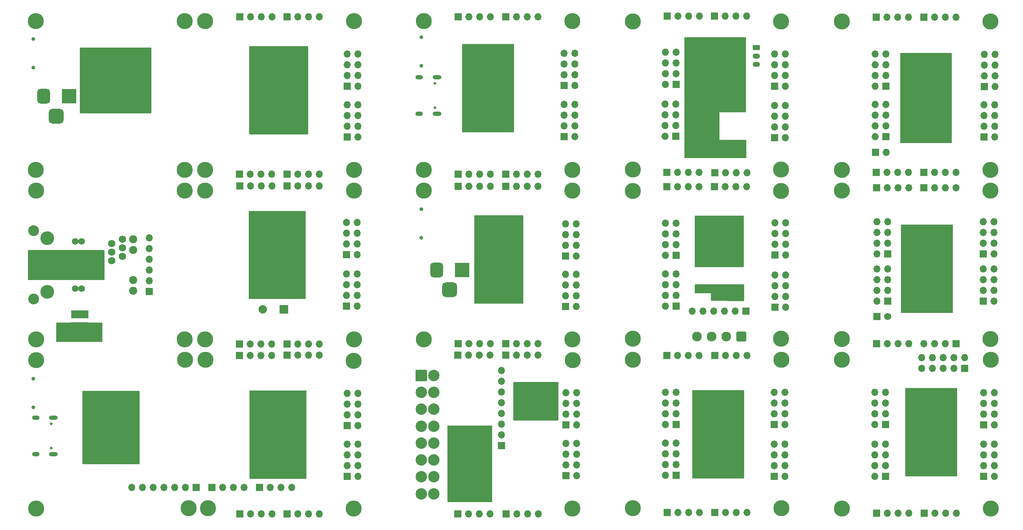
<source format=gbr>
%TF.GenerationSoftware,KiCad,Pcbnew,9.0.2*%
%TF.CreationDate,2025-05-17T12:02:21-04:00*%
%TF.ProjectId,ModularPSU,4d6f6475-6c61-4725-9053-552e6b696361,rev?*%
%TF.SameCoordinates,Original*%
%TF.FileFunction,Soldermask,Bot*%
%TF.FilePolarity,Negative*%
%FSLAX46Y46*%
G04 Gerber Fmt 4.6, Leading zero omitted, Abs format (unit mm)*
G04 Created by KiCad (PCBNEW 9.0.2) date 2025-05-17 12:02:21*
%MOMM*%
%LPD*%
G01*
G04 APERTURE LIST*
G04 Aperture macros list*
%AMRoundRect*
0 Rectangle with rounded corners*
0 $1 Rounding radius*
0 $2 $3 $4 $5 $6 $7 $8 $9 X,Y pos of 4 corners*
0 Add a 4 corners polygon primitive as box body*
4,1,4,$2,$3,$4,$5,$6,$7,$8,$9,$2,$3,0*
0 Add four circle primitives for the rounded corners*
1,1,$1+$1,$2,$3*
1,1,$1+$1,$4,$5*
1,1,$1+$1,$6,$7*
1,1,$1+$1,$8,$9*
0 Add four rect primitives between the rounded corners*
20,1,$1+$1,$2,$3,$4,$5,0*
20,1,$1+$1,$4,$5,$6,$7,0*
20,1,$1+$1,$6,$7,$8,$9,0*
20,1,$1+$1,$8,$9,$2,$3,0*%
G04 Aperture macros list end*
%ADD10R,1.700000X1.700000*%
%ADD11O,1.700000X1.700000*%
%ADD12C,2.600000*%
%ADD13C,3.800000*%
%ADD14C,0.900000*%
%ADD15R,3.500000X3.500000*%
%ADD16RoundRect,0.750000X-0.750000X-1.000000X0.750000X-1.000000X0.750000X1.000000X-0.750000X1.000000X0*%
%ADD17RoundRect,0.875000X-0.875000X-0.875000X0.875000X-0.875000X0.875000X0.875000X-0.875000X0.875000X0*%
%ADD18RoundRect,0.102000X-1.250000X1.250000X-1.250000X-1.250000X1.250000X-1.250000X1.250000X1.250000X0*%
%ADD19C,2.704000*%
%ADD20C,0.650000*%
%ADD21O,2.100000X1.000000*%
%ADD22O,1.800000X1.000000*%
%ADD23C,3.251200*%
%ADD24C,1.728000*%
%ADD25C,1.575600*%
%ADD26C,1.918500*%
%ADD27C,2.566200*%
%ADD28C,1.700000*%
%ADD29R,2.000000X2.000000*%
%ADD30C,2.000000*%
%ADD31RoundRect,0.250000X-0.625000X0.350000X-0.625000X-0.350000X0.625000X-0.350000X0.625000X0.350000X0*%
%ADD32O,1.750000X1.200000*%
%ADD33C,0.600000*%
%ADD34R,4.060000X1.980000*%
%ADD35R,4.060000X3.250000*%
%ADD36RoundRect,0.250001X0.899999X0.899999X-0.899999X0.899999X-0.899999X-0.899999X0.899999X-0.899999X0*%
%ADD37C,2.300000*%
G04 APERTURE END LIST*
D10*
%TO.C,J65*%
X185230000Y-141000000D03*
D11*
X187770000Y-141000000D03*
X190310000Y-141000000D03*
X192850000Y-141000000D03*
%TD*%
D12*
%TO.C,H39*%
X111000000Y-140050000D03*
D13*
X111000000Y-140050000D03*
%TD*%
D14*
%TO.C,SW7*%
X127000000Y-28465000D03*
X127000000Y-35265000D03*
%TD*%
D10*
%TO.C,J21*%
X260060000Y-132457500D03*
D11*
X262600000Y-132457500D03*
X260060000Y-129917500D03*
X262600000Y-129917500D03*
X260060000Y-127377500D03*
X262600000Y-127377500D03*
X260060000Y-124837500D03*
X262600000Y-124837500D03*
%TD*%
D15*
%TO.C,J12*%
X136700000Y-83550000D03*
D16*
X130700000Y-83550000D03*
D17*
X133700000Y-88250000D03*
%TD*%
D12*
%TO.C,H34*%
X162800000Y-24665000D03*
D13*
X162800000Y-24665000D03*
%TD*%
D10*
%TO.C,J72*%
X84080000Y-141300000D03*
D11*
X86620000Y-141300000D03*
X89160000Y-141300000D03*
X91700000Y-141300000D03*
%TD*%
D12*
%TO.C,H23*%
X75900000Y-64800000D03*
D13*
X75900000Y-64800000D03*
%TD*%
D10*
%TO.C,J93*%
X73790000Y-135100000D03*
D11*
X71250000Y-135100000D03*
X68710000Y-135100000D03*
X66170000Y-135100000D03*
X63630000Y-135100000D03*
X61090000Y-135100000D03*
X58550000Y-135100000D03*
%TD*%
D10*
%TO.C,J33*%
X245900000Y-60500000D03*
D11*
X248440000Y-60500000D03*
X250980000Y-60500000D03*
X253520000Y-60500000D03*
%TD*%
D10*
%TO.C,J11*%
X260100000Y-52120000D03*
D11*
X262640000Y-52120000D03*
X260100000Y-49580000D03*
X262640000Y-49580000D03*
X260100000Y-47040000D03*
X262640000Y-47040000D03*
X260100000Y-44500000D03*
X262640000Y-44500000D03*
%TD*%
D10*
%TO.C,J89*%
X185080000Y-60512500D03*
D11*
X187620000Y-60512500D03*
X190160000Y-60512500D03*
X192700000Y-60512500D03*
%TD*%
D12*
%TO.C,H9*%
X261700000Y-64750000D03*
D13*
X261700000Y-64750000D03*
%TD*%
D10*
%TO.C,J10*%
X234680000Y-60500000D03*
D11*
X237220000Y-60500000D03*
X239760000Y-60500000D03*
X242300000Y-60500000D03*
%TD*%
D12*
%TO.C,H11*%
X261700000Y-99950000D03*
D13*
X261700000Y-99950000D03*
%TD*%
D10*
%TO.C,J90*%
X185180000Y-23512500D03*
D11*
X187720000Y-23512500D03*
X190260000Y-23512500D03*
X192800000Y-23512500D03*
%TD*%
D10*
%TO.C,J76*%
X109475000Y-120400000D03*
D11*
X112015000Y-120400000D03*
X109475000Y-117860000D03*
X112015000Y-117860000D03*
X109475000Y-115320000D03*
X112015000Y-115320000D03*
X109475000Y-112780000D03*
X112015000Y-112780000D03*
%TD*%
D10*
%TO.C,J64*%
X95290000Y-23665000D03*
D11*
X97830000Y-23665000D03*
X100370000Y-23665000D03*
X102910000Y-23665000D03*
%TD*%
D10*
%TO.C,J94*%
X234750000Y-141150000D03*
D11*
X237290000Y-141150000D03*
X239830000Y-141150000D03*
X242370000Y-141150000D03*
%TD*%
D12*
%TO.C,H24*%
X35900000Y-100000000D03*
D13*
X35900000Y-100000000D03*
%TD*%
D12*
%TO.C,H50*%
X71090000Y-59865000D03*
D13*
X71090000Y-59865000D03*
%TD*%
D18*
%TO.C,U2*%
X127037500Y-108550000D03*
D19*
X127037500Y-112550000D03*
X127037500Y-116550000D03*
X127037500Y-120550000D03*
X127037500Y-124550000D03*
X127037500Y-128550000D03*
X127037500Y-132550000D03*
X127037500Y-136550000D03*
X130037500Y-108550000D03*
X130037500Y-112550000D03*
X130037500Y-116550000D03*
X130037500Y-120550000D03*
X130037500Y-124550000D03*
X130037500Y-128550000D03*
X130037500Y-132550000D03*
X130037500Y-136550000D03*
%TD*%
D10*
%TO.C,J88*%
X185160000Y-63837500D03*
D11*
X187700000Y-63837500D03*
X190240000Y-63837500D03*
X192780000Y-63837500D03*
%TD*%
D10*
%TO.C,J56*%
X109310000Y-79920000D03*
D11*
X111850000Y-79920000D03*
X109310000Y-77380000D03*
X111850000Y-77380000D03*
X109310000Y-74840000D03*
X111850000Y-74840000D03*
X109310000Y-72300000D03*
X111850000Y-72300000D03*
%TD*%
D10*
%TO.C,J86*%
X196400000Y-63837500D03*
D11*
X198940000Y-63837500D03*
X201480000Y-63837500D03*
X204020000Y-63837500D03*
%TD*%
D20*
%TO.C,J60*%
X130250000Y-39402500D03*
X130250000Y-45182500D03*
D21*
X130750000Y-37972500D03*
D22*
X126570000Y-37972500D03*
D21*
X130750000Y-46612500D03*
D22*
X126570000Y-46612500D03*
%TD*%
D14*
%TO.C,SW6*%
X127000000Y-69200000D03*
X127000000Y-76000000D03*
%TD*%
D12*
%TO.C,H28*%
X75900000Y-100000000D03*
D13*
X75900000Y-100000000D03*
%TD*%
D23*
%TO.C,J1*%
X38525000Y-88714500D03*
X38525000Y-76014500D03*
D24*
X53765000Y-81348500D03*
X53765000Y-79316500D03*
X53765000Y-77284500D03*
X56305000Y-80332500D03*
X56305000Y-78300500D03*
X56305000Y-76268500D03*
D25*
X46653000Y-87952500D03*
X46653000Y-76776500D03*
X45129000Y-87952500D03*
X45129000Y-76776500D03*
D26*
X58845000Y-88460500D03*
X58845000Y-85920500D03*
X58845000Y-78808500D03*
X58845000Y-76268500D03*
D27*
X35350000Y-90429000D03*
X35350000Y-74300000D03*
%TD*%
D12*
%TO.C,H16*%
X261700000Y-59900000D03*
D13*
X261700000Y-59900000D03*
%TD*%
D10*
%TO.C,J48*%
X135780000Y-63750000D03*
D11*
X138320000Y-63750000D03*
X140860000Y-63750000D03*
X143400000Y-63750000D03*
%TD*%
D10*
%TO.C,J83*%
X147087500Y-141300000D03*
D11*
X149627500Y-141300000D03*
X152167500Y-141300000D03*
X154707500Y-141300000D03*
%TD*%
D10*
%TO.C,J50*%
X147000000Y-63750000D03*
D11*
X149540000Y-63750000D03*
X152080000Y-63750000D03*
X154620000Y-63750000D03*
%TD*%
D12*
%TO.C,H43*%
X72000000Y-140000000D03*
D13*
X72000000Y-140000000D03*
%TD*%
D12*
%TO.C,H36*%
X162800000Y-59865000D03*
D13*
X162800000Y-59865000D03*
%TD*%
D10*
%TO.C,J45*%
X245900000Y-64150000D03*
D11*
X248440000Y-64150000D03*
X250980000Y-64150000D03*
X253520000Y-64150000D03*
%TD*%
D10*
%TO.C,J27*%
X187300000Y-132200000D03*
D11*
X184760000Y-132200000D03*
X187300000Y-129660000D03*
X184760000Y-129660000D03*
X187300000Y-127120000D03*
X184760000Y-127120000D03*
X187300000Y-124580000D03*
X184760000Y-124580000D03*
%TD*%
D10*
%TO.C,J7*%
X236900000Y-40037500D03*
D11*
X234360000Y-40037500D03*
X236900000Y-37497500D03*
X234360000Y-37497500D03*
X236900000Y-34957500D03*
X234360000Y-34957500D03*
X236900000Y-32417500D03*
X234360000Y-32417500D03*
%TD*%
D10*
%TO.C,J25*%
X160860000Y-39880000D03*
D11*
X163400000Y-39880000D03*
X160860000Y-37340000D03*
X163400000Y-37340000D03*
X160860000Y-34800000D03*
X163400000Y-34800000D03*
X160860000Y-32260000D03*
X163400000Y-32260000D03*
%TD*%
D10*
%TO.C,J78*%
X88800000Y-135100000D03*
D11*
X91340000Y-135100000D03*
X93880000Y-135100000D03*
X96420000Y-135100000D03*
%TD*%
D10*
%TO.C,J70*%
X236890000Y-132457500D03*
D11*
X234350000Y-132457500D03*
X236890000Y-129917500D03*
X234350000Y-129917500D03*
X236890000Y-127377500D03*
X234350000Y-127377500D03*
X236890000Y-124837500D03*
X234350000Y-124837500D03*
%TD*%
D10*
%TO.C,J62*%
X84090000Y-23665000D03*
D11*
X86630000Y-23665000D03*
X89170000Y-23665000D03*
X91710000Y-23665000D03*
%TD*%
D12*
%TO.C,H57*%
X226550000Y-104837500D03*
D13*
X226550000Y-104837500D03*
%TD*%
D10*
%TO.C,J26*%
X160800000Y-52020000D03*
D11*
X163340000Y-52020000D03*
X160800000Y-49480000D03*
X163340000Y-49480000D03*
X160800000Y-46940000D03*
X163340000Y-46940000D03*
X160800000Y-44400000D03*
X163340000Y-44400000D03*
%TD*%
D10*
%TO.C,J63*%
X95300000Y-60865000D03*
D11*
X97840000Y-60865000D03*
X100380000Y-60865000D03*
X102920000Y-60865000D03*
%TD*%
D10*
%TO.C,J74*%
X95300000Y-141300000D03*
D11*
X97840000Y-141300000D03*
X100380000Y-141300000D03*
X102920000Y-141300000D03*
%TD*%
D10*
%TO.C,J58*%
X95300000Y-101100000D03*
D11*
X97840000Y-101100000D03*
X100380000Y-101100000D03*
X102920000Y-101100000D03*
%TD*%
D12*
%TO.C,H19*%
X127600000Y-100000000D03*
D13*
X127600000Y-100000000D03*
%TD*%
D12*
%TO.C,H3*%
X212100000Y-59765000D03*
D13*
X212100000Y-59765000D03*
%TD*%
D12*
%TO.C,H52*%
X75890000Y-24665000D03*
D13*
X75890000Y-24665000D03*
%TD*%
D12*
%TO.C,H21*%
X35900000Y-64800000D03*
D13*
X35900000Y-64800000D03*
%TD*%
D12*
%TO.C,H14*%
X261700000Y-24700000D03*
D13*
X261700000Y-24700000D03*
%TD*%
D10*
%TO.C,J52*%
X135780000Y-23665000D03*
D11*
X138320000Y-23665000D03*
X140860000Y-23665000D03*
X143400000Y-23665000D03*
%TD*%
D10*
%TO.C,J23*%
X109550000Y-52085000D03*
D11*
X112090000Y-52085000D03*
X109550000Y-49545000D03*
X112090000Y-49545000D03*
X109550000Y-47005000D03*
X112090000Y-47005000D03*
X109550000Y-44465000D03*
X112090000Y-44465000D03*
%TD*%
D10*
%TO.C,J96*%
X234850000Y-94625000D03*
D28*
X237390000Y-94625000D03*
%TD*%
D10*
%TO.C,J51*%
X135780000Y-60900000D03*
D11*
X138320000Y-60900000D03*
X140860000Y-60900000D03*
X143400000Y-60900000D03*
%TD*%
D10*
%TO.C,J81*%
X135717500Y-141300000D03*
D11*
X138257500Y-141300000D03*
X140797500Y-141300000D03*
X143337500Y-141300000D03*
%TD*%
D10*
%TO.C,J84*%
X147047500Y-103750000D03*
D11*
X149587500Y-103750000D03*
X152127500Y-103750000D03*
X154667500Y-103750000D03*
%TD*%
D12*
%TO.C,H46*%
X162837500Y-104900000D03*
D13*
X162837500Y-104900000D03*
%TD*%
D12*
%TO.C,H12*%
X226500000Y-99950000D03*
D13*
X226500000Y-99950000D03*
%TD*%
D12*
%TO.C,H30*%
X35890000Y-59865000D03*
D13*
X35890000Y-59865000D03*
%TD*%
D12*
%TO.C,H37*%
X71200000Y-104800000D03*
D13*
X71200000Y-104800000D03*
%TD*%
D10*
%TO.C,J73*%
X84030000Y-103800000D03*
D11*
X86570000Y-103800000D03*
X89110000Y-103800000D03*
X91650000Y-103800000D03*
%TD*%
D14*
%TO.C,SW8*%
X35290000Y-28865000D03*
X35290000Y-35665000D03*
%TD*%
D10*
%TO.C,J61*%
X84070000Y-60865000D03*
D11*
X86610000Y-60865000D03*
X89150000Y-60865000D03*
X91690000Y-60865000D03*
%TD*%
D12*
%TO.C,H33*%
X127600000Y-24665000D03*
D13*
X127600000Y-24665000D03*
%TD*%
D10*
%TO.C,J82*%
X135717500Y-103750000D03*
D11*
X138257500Y-103750000D03*
X140797500Y-103750000D03*
X143337500Y-103750000D03*
%TD*%
D10*
%TO.C,J79*%
X161262500Y-120280000D03*
D11*
X163802500Y-120280000D03*
X161262500Y-117740000D03*
X163802500Y-117740000D03*
X161262500Y-115200000D03*
X163802500Y-115200000D03*
X161262500Y-112660000D03*
X163802500Y-112660000D03*
%TD*%
D12*
%TO.C,H5*%
X177100000Y-99850000D03*
D13*
X177100000Y-99850000D03*
%TD*%
D10*
%TO.C,J9*%
X236900000Y-52037500D03*
D11*
X234360000Y-52037500D03*
X236900000Y-49497500D03*
X234360000Y-49497500D03*
X236900000Y-46957500D03*
X234360000Y-46957500D03*
X236900000Y-44417500D03*
X234360000Y-44417500D03*
%TD*%
D12*
%TO.C,H53*%
X177050000Y-104800000D03*
D13*
X177050000Y-104800000D03*
%TD*%
D12*
%TO.C,H18*%
X162800000Y-64800000D03*
D13*
X162800000Y-64800000D03*
%TD*%
D12*
%TO.C,H51*%
X75890000Y-59865000D03*
D13*
X75890000Y-59865000D03*
%TD*%
D10*
%TO.C,J42*%
X187255000Y-51927500D03*
D11*
X184715000Y-51927500D03*
X187255000Y-49387500D03*
X184715000Y-49387500D03*
X187255000Y-46847500D03*
X184715000Y-46847500D03*
X187255000Y-44307500D03*
X184715000Y-44307500D03*
%TD*%
D10*
%TO.C,J49*%
X147000000Y-101000000D03*
D11*
X149540000Y-101000000D03*
X152080000Y-101000000D03*
X154620000Y-101000000D03*
%TD*%
D12*
%TO.C,H2*%
X177100000Y-59765000D03*
D13*
X177100000Y-59765000D03*
%TD*%
D10*
%TO.C,J20*%
X161262500Y-132280000D03*
D11*
X163802500Y-132280000D03*
X161262500Y-129740000D03*
X163802500Y-129740000D03*
X161262500Y-127200000D03*
X163802500Y-127200000D03*
X161262500Y-124660000D03*
X163802500Y-124660000D03*
%TD*%
D10*
%TO.C,J4*%
X259960000Y-79770000D03*
D11*
X262500000Y-79770000D03*
X259960000Y-77230000D03*
X262500000Y-77230000D03*
X259960000Y-74690000D03*
X262500000Y-74690000D03*
X259960000Y-72150000D03*
X262500000Y-72150000D03*
%TD*%
D12*
%TO.C,H29*%
X111090000Y-59865000D03*
D13*
X111090000Y-59865000D03*
%TD*%
D12*
%TO.C,H41*%
X35900000Y-104900000D03*
D13*
X35900000Y-104900000D03*
%TD*%
D10*
%TO.C,J66*%
X185160000Y-103812500D03*
D11*
X187700000Y-103812500D03*
X190240000Y-103812500D03*
X192780000Y-103812500D03*
%TD*%
D12*
%TO.C,H13*%
X226500000Y-24700000D03*
D13*
X226500000Y-24700000D03*
%TD*%
D12*
%TO.C,H35*%
X127600000Y-59865000D03*
D13*
X127600000Y-59865000D03*
%TD*%
D10*
%TO.C,J57*%
X84080000Y-63700000D03*
D11*
X86620000Y-63700000D03*
X89160000Y-63700000D03*
X91700000Y-63700000D03*
%TD*%
D10*
%TO.C,J35*%
X210700000Y-80045000D03*
D11*
X213240000Y-80045000D03*
X210700000Y-77505000D03*
X213240000Y-77505000D03*
X210700000Y-74965000D03*
X213240000Y-74965000D03*
X210700000Y-72425000D03*
X213240000Y-72425000D03*
%TD*%
D10*
%TO.C,J77*%
X109475000Y-132400000D03*
D11*
X112015000Y-132400000D03*
X109475000Y-129860000D03*
X112015000Y-129860000D03*
X109475000Y-127320000D03*
X112015000Y-127320000D03*
X109475000Y-124780000D03*
X112015000Y-124780000D03*
%TD*%
D10*
%TO.C,J18*%
X109550000Y-40065000D03*
D11*
X112090000Y-40065000D03*
X109550000Y-37525000D03*
X112090000Y-37525000D03*
X109550000Y-34985000D03*
X112090000Y-34985000D03*
X109550000Y-32445000D03*
X112090000Y-32445000D03*
%TD*%
D29*
%TO.C,C29*%
X94500000Y-92885000D03*
D30*
X89500000Y-92885000D03*
%TD*%
D12*
%TO.C,H54*%
X177050000Y-140000000D03*
D13*
X177050000Y-140000000D03*
%TD*%
D12*
%TO.C,H10*%
X226500000Y-64750000D03*
D13*
X226500000Y-64750000D03*
%TD*%
D10*
%TO.C,J92*%
X196400000Y-23512500D03*
D11*
X198940000Y-23512500D03*
X201480000Y-23512500D03*
X204020000Y-23512500D03*
%TD*%
D12*
%TO.C,H55*%
X212250000Y-104800000D03*
D13*
X212250000Y-104800000D03*
%TD*%
D10*
%TO.C,J3*%
X237350000Y-90950000D03*
D11*
X234810000Y-90950000D03*
X237350000Y-88410000D03*
X234810000Y-88410000D03*
X237350000Y-85870000D03*
X234810000Y-85870000D03*
X237350000Y-83330000D03*
X234810000Y-83330000D03*
%TD*%
D12*
%TO.C,H4*%
X212100000Y-24765000D03*
D13*
X212100000Y-24765000D03*
%TD*%
D10*
%TO.C,J5*%
X259960000Y-90970000D03*
D11*
X262500000Y-90970000D03*
X259960000Y-88430000D03*
X262500000Y-88430000D03*
X259960000Y-85890000D03*
X262500000Y-85890000D03*
X259960000Y-83350000D03*
X262500000Y-83350000D03*
%TD*%
D12*
%TO.C,H38*%
X35900000Y-140050000D03*
D13*
X35900000Y-140050000D03*
%TD*%
D10*
%TO.C,J68*%
X196450000Y-103800000D03*
D11*
X198990000Y-103800000D03*
X201530000Y-103800000D03*
X204070000Y-103800000D03*
%TD*%
D10*
%TO.C,J53*%
X147000000Y-60900000D03*
D11*
X149540000Y-60900000D03*
X152080000Y-60900000D03*
X154620000Y-60900000D03*
%TD*%
D10*
%TO.C,J19*%
X210510000Y-132420000D03*
D11*
X213050000Y-132420000D03*
X210510000Y-129880000D03*
X213050000Y-129880000D03*
X210510000Y-127340000D03*
X213050000Y-127340000D03*
X210510000Y-124800000D03*
X213050000Y-124800000D03*
%TD*%
D10*
%TO.C,J36*%
X210580000Y-40077500D03*
D11*
X213120000Y-40077500D03*
X210580000Y-37537500D03*
X213120000Y-37537500D03*
X210580000Y-34997500D03*
X213120000Y-34997500D03*
X210580000Y-32457500D03*
X213120000Y-32457500D03*
%TD*%
D10*
%TO.C,J39*%
X234730000Y-101000000D03*
D11*
X237270000Y-101000000D03*
X239810000Y-101000000D03*
X242350000Y-101000000D03*
%TD*%
D12*
%TO.C,H42*%
X76000000Y-104800000D03*
D13*
X76000000Y-104800000D03*
%TD*%
D12*
%TO.C,H40*%
X111000000Y-105050000D03*
D13*
X111000000Y-105050000D03*
%TD*%
D14*
%TO.C,SW9*%
X35300000Y-109300000D03*
X35300000Y-116100000D03*
%TD*%
D10*
%TO.C,J32*%
X234680000Y-23700000D03*
D11*
X237220000Y-23700000D03*
X239760000Y-23700000D03*
X242300000Y-23700000D03*
%TD*%
D10*
%TO.C,J8*%
X161175000Y-92250000D03*
D11*
X163715000Y-92250000D03*
X161175000Y-89710000D03*
X163715000Y-89710000D03*
X161175000Y-87170000D03*
X163715000Y-87170000D03*
X161175000Y-84630000D03*
X163715000Y-84630000D03*
%TD*%
D31*
%TO.C,J43*%
X206275000Y-30937500D03*
D32*
X206275000Y-32937500D03*
X206275000Y-34937500D03*
%TD*%
D10*
%TO.C,J59*%
X95300000Y-63700000D03*
D11*
X97840000Y-63700000D03*
X100380000Y-63700000D03*
X102920000Y-63700000D03*
%TD*%
D10*
%TO.C,J55*%
X84030000Y-101100000D03*
D11*
X86570000Y-101100000D03*
X89110000Y-101100000D03*
X91650000Y-101100000D03*
%TD*%
D12*
%TO.C,H59*%
X261750000Y-140037500D03*
D13*
X261750000Y-140037500D03*
%TD*%
D10*
%TO.C,J54*%
X147000000Y-23665000D03*
D11*
X149540000Y-23665000D03*
X152080000Y-23665000D03*
X154620000Y-23665000D03*
%TD*%
D12*
%TO.C,H49*%
X71090000Y-24665000D03*
D13*
X71090000Y-24665000D03*
%TD*%
D10*
%TO.C,J16*%
X62700000Y-88700000D03*
D11*
X62700000Y-86160000D03*
X62700000Y-83620000D03*
X62700000Y-81080000D03*
X62700000Y-78540000D03*
X62700000Y-76000000D03*
%TD*%
D12*
%TO.C,H15*%
X226500000Y-59900000D03*
D13*
X226500000Y-59900000D03*
%TD*%
D10*
%TO.C,J6*%
X234500000Y-55725000D03*
D11*
X237040000Y-55725000D03*
%TD*%
D12*
%TO.C,H8*%
X212100000Y-99850000D03*
D13*
X212100000Y-99850000D03*
%TD*%
D10*
%TO.C,J2*%
X237350000Y-79750000D03*
D11*
X234810000Y-79750000D03*
X237350000Y-77210000D03*
X234810000Y-77210000D03*
X237350000Y-74670000D03*
X234810000Y-74670000D03*
X237350000Y-72130000D03*
X234810000Y-72130000D03*
%TD*%
D10*
%TO.C,J69*%
X210510000Y-120170000D03*
D11*
X213050000Y-120170000D03*
X210510000Y-117630000D03*
X213050000Y-117630000D03*
X210510000Y-115090000D03*
X213050000Y-115090000D03*
X210510000Y-112550000D03*
X213050000Y-112550000D03*
%TD*%
D10*
%TO.C,J46*%
X161175000Y-80250000D03*
D11*
X163715000Y-80250000D03*
X161175000Y-77710000D03*
X163715000Y-77710000D03*
X161175000Y-75170000D03*
X163715000Y-75170000D03*
X161175000Y-72630000D03*
X163715000Y-72630000D03*
%TD*%
D10*
%TO.C,J24*%
X203800000Y-93337500D03*
D11*
X201260000Y-93337500D03*
X198720000Y-93337500D03*
X196180000Y-93337500D03*
X193640000Y-93337500D03*
X191100000Y-93337500D03*
%TD*%
D10*
%TO.C,J44*%
X253570000Y-101000000D03*
D11*
X251030000Y-101000000D03*
X248490000Y-101000000D03*
X245950000Y-101000000D03*
%TD*%
D10*
%TO.C,J91*%
X196430000Y-60550000D03*
D11*
X198970000Y-60550000D03*
X201510000Y-60550000D03*
X204050000Y-60550000D03*
%TD*%
D12*
%TO.C,H7*%
X212100000Y-64850000D03*
D13*
X212100000Y-64850000D03*
%TD*%
D12*
%TO.C,H17*%
X127600000Y-64800000D03*
D13*
X127600000Y-64800000D03*
%TD*%
D12*
%TO.C,H27*%
X111100000Y-100000000D03*
D13*
X111100000Y-100000000D03*
%TD*%
D33*
%TO.C,U5*%
X44560000Y-93525000D03*
X44560000Y-94645000D03*
X45680000Y-93525000D03*
X45680000Y-94645000D03*
D34*
X46240000Y-94085000D03*
D33*
X46800000Y-93525000D03*
X46800000Y-94645000D03*
X47920000Y-93525000D03*
X47920000Y-94645000D03*
X44560000Y-96450000D03*
X44560000Y-97570000D03*
X44560000Y-98690000D03*
X45680000Y-96450000D03*
X45680000Y-97570000D03*
X45680000Y-98690000D03*
D35*
X46240000Y-97570000D03*
D33*
X46800000Y-96450000D03*
X46800000Y-97570000D03*
X46800000Y-98690000D03*
X47920000Y-96450000D03*
X47920000Y-97570000D03*
X47920000Y-98690000D03*
%TD*%
D10*
%TO.C,J13*%
X260185000Y-40150000D03*
D11*
X262725000Y-40150000D03*
X260185000Y-37610000D03*
X262725000Y-37610000D03*
X260185000Y-35070000D03*
X262725000Y-35070000D03*
X260185000Y-32530000D03*
X262725000Y-32530000D03*
%TD*%
D10*
%TO.C,J40*%
X234700000Y-64150000D03*
D11*
X237240000Y-64150000D03*
X239780000Y-64150000D03*
X242320000Y-64150000D03*
%TD*%
D12*
%TO.C,H45*%
X162737500Y-140100000D03*
D13*
X162737500Y-140100000D03*
%TD*%
D12*
%TO.C,H6*%
X177100000Y-64850000D03*
D13*
X177100000Y-64850000D03*
%TD*%
D10*
%TO.C,J87*%
X77540000Y-135100000D03*
D11*
X80080000Y-135100000D03*
X82620000Y-135100000D03*
X85160000Y-135100000D03*
%TD*%
D10*
%TO.C,J38*%
X210580000Y-52225000D03*
D11*
X213120000Y-52225000D03*
X210580000Y-49685000D03*
X213120000Y-49685000D03*
X210580000Y-47145000D03*
X213120000Y-47145000D03*
X210580000Y-44605000D03*
X213120000Y-44605000D03*
%TD*%
D12*
%TO.C,H31*%
X111090000Y-24665000D03*
D13*
X111090000Y-24665000D03*
%TD*%
D36*
%TO.C,J85*%
X202700000Y-99337500D03*
D37*
X199200000Y-99337500D03*
X195700000Y-99337500D03*
X192200000Y-99337500D03*
%TD*%
D12*
%TO.C,H1*%
X177100000Y-24765000D03*
D13*
X177100000Y-24765000D03*
%TD*%
D10*
%TO.C,J47*%
X135780000Y-101000000D03*
D11*
X138320000Y-101000000D03*
X140860000Y-101000000D03*
X143400000Y-101000000D03*
%TD*%
D10*
%TO.C,J29*%
X187300000Y-80137500D03*
D11*
X184760000Y-80137500D03*
X187300000Y-77597500D03*
X184760000Y-77597500D03*
X187300000Y-75057500D03*
X184760000Y-75057500D03*
X187300000Y-72517500D03*
X184760000Y-72517500D03*
%TD*%
D12*
%TO.C,H56*%
X212250000Y-140000000D03*
D13*
X212250000Y-140000000D03*
%TD*%
D12*
%TO.C,H25*%
X111100000Y-64800000D03*
D13*
X111100000Y-64800000D03*
%TD*%
D10*
%TO.C,J67*%
X196450000Y-141000000D03*
D11*
X198990000Y-141000000D03*
X201530000Y-141000000D03*
X204070000Y-141000000D03*
%TD*%
D20*
%TO.C,J31*%
X39505000Y-120010000D03*
X39505000Y-125790000D03*
D21*
X40005000Y-118580000D03*
D22*
X35825000Y-118580000D03*
D21*
X40005000Y-127220000D03*
D22*
X35825000Y-127220000D03*
%TD*%
D10*
%TO.C,J80*%
X146037500Y-125150000D03*
D11*
X146037500Y-122610000D03*
X146037500Y-120070000D03*
X146037500Y-117530000D03*
X146037500Y-114990000D03*
X146037500Y-112450000D03*
X146037500Y-109910000D03*
X146037500Y-107370000D03*
%TD*%
D12*
%TO.C,H32*%
X35890000Y-24665000D03*
D13*
X35890000Y-24665000D03*
%TD*%
D10*
%TO.C,J95*%
X246000000Y-141150000D03*
D11*
X248540000Y-141150000D03*
X251080000Y-141150000D03*
X253620000Y-141150000D03*
%TD*%
D15*
%TO.C,J17*%
X43690000Y-42465000D03*
D16*
X37690000Y-42465000D03*
D17*
X40690000Y-47165000D03*
%TD*%
D12*
%TO.C,H58*%
X226550000Y-140037500D03*
D13*
X226550000Y-140037500D03*
%TD*%
D12*
%TO.C,H60*%
X261750000Y-104837500D03*
D13*
X261750000Y-104837500D03*
%TD*%
D10*
%TO.C,J30*%
X187300000Y-92137500D03*
D11*
X184760000Y-92137500D03*
X187300000Y-89597500D03*
X184760000Y-89597500D03*
X187300000Y-87057500D03*
X184760000Y-87057500D03*
X187300000Y-84517500D03*
X184760000Y-84517500D03*
%TD*%
D10*
%TO.C,J71*%
X260060000Y-120207500D03*
D11*
X262600000Y-120207500D03*
X260060000Y-117667500D03*
X262600000Y-117667500D03*
X260060000Y-115127500D03*
X262600000Y-115127500D03*
X260060000Y-112587500D03*
X262600000Y-112587500D03*
%TD*%
D10*
%TO.C,J75*%
X95330000Y-103700000D03*
D11*
X97870000Y-103700000D03*
X100410000Y-103700000D03*
X102950000Y-103700000D03*
%TD*%
D12*
%TO.C,H44*%
X76600000Y-140000000D03*
D13*
X76600000Y-140000000D03*
%TD*%
D10*
%TO.C,J37*%
X210700000Y-92355000D03*
D11*
X213240000Y-92355000D03*
X210700000Y-89815000D03*
X213240000Y-89815000D03*
X210700000Y-87275000D03*
X213240000Y-87275000D03*
X210700000Y-84735000D03*
X213240000Y-84735000D03*
%TD*%
D10*
%TO.C,J15*%
X109310000Y-92170000D03*
D11*
X111850000Y-92170000D03*
X109310000Y-89630000D03*
X111850000Y-89630000D03*
X109310000Y-87090000D03*
X111850000Y-87090000D03*
X109310000Y-84550000D03*
X111850000Y-84550000D03*
%TD*%
D10*
%TO.C,J22*%
X187300000Y-120200000D03*
D11*
X184760000Y-120200000D03*
X187300000Y-117660000D03*
X184760000Y-117660000D03*
X187300000Y-115120000D03*
X184760000Y-115120000D03*
X187300000Y-112580000D03*
X184760000Y-112580000D03*
%TD*%
D12*
%TO.C,H22*%
X71100000Y-64800000D03*
D13*
X71100000Y-64800000D03*
%TD*%
D10*
%TO.C,J28*%
X236890000Y-120137500D03*
D11*
X234350000Y-120137500D03*
X236890000Y-117597500D03*
X234350000Y-117597500D03*
X236890000Y-115057500D03*
X234350000Y-115057500D03*
X236890000Y-112517500D03*
X234350000Y-112517500D03*
%TD*%
D12*
%TO.C,H26*%
X71100000Y-100000000D03*
D13*
X71100000Y-100000000D03*
%TD*%
D10*
%TO.C,J34*%
X245900000Y-23700000D03*
D11*
X248440000Y-23700000D03*
X250980000Y-23700000D03*
X253520000Y-23700000D03*
%TD*%
D10*
%TO.C,J41*%
X187290000Y-39662500D03*
D11*
X184750000Y-39662500D03*
X187290000Y-37122500D03*
X184750000Y-37122500D03*
X187290000Y-34582500D03*
X184750000Y-34582500D03*
X187290000Y-32042500D03*
X184750000Y-32042500D03*
%TD*%
D12*
%TO.C,H20*%
X162800000Y-100000000D03*
D13*
X162800000Y-100000000D03*
%TD*%
D10*
%TO.C,J14*%
X255600000Y-106877500D03*
D11*
X255600000Y-104337500D03*
X253060000Y-106877500D03*
X253060000Y-104337500D03*
X250520000Y-106877500D03*
X250520000Y-104337500D03*
X247980000Y-106877500D03*
X247980000Y-104337500D03*
X245440000Y-106877500D03*
X245440000Y-104337500D03*
%TD*%
G36*
X253743039Y-111519685D02*
G01*
X253788794Y-111572489D01*
X253800000Y-111624000D01*
X253800000Y-132276000D01*
X253780315Y-132343039D01*
X253727511Y-132388794D01*
X253676000Y-132400000D01*
X241624000Y-132400000D01*
X241556961Y-132380315D01*
X241511206Y-132327511D01*
X241500000Y-132276000D01*
X241500000Y-111624000D01*
X241519685Y-111556961D01*
X241572489Y-111511206D01*
X241624000Y-111500000D01*
X253676000Y-111500000D01*
X253743039Y-111519685D01*
G37*
G36*
X143780539Y-120419685D02*
G01*
X143826294Y-120472489D01*
X143837500Y-120524000D01*
X143837500Y-138376000D01*
X143817815Y-138443039D01*
X143765011Y-138488794D01*
X143713500Y-138500000D01*
X133361500Y-138500000D01*
X133294461Y-138480315D01*
X133248706Y-138427511D01*
X133237500Y-138376000D01*
X133237500Y-120524000D01*
X133257185Y-120456961D01*
X133309989Y-120411206D01*
X133361500Y-120400000D01*
X143713500Y-120400000D01*
X143780539Y-120419685D01*
G37*
G36*
X159380539Y-110119685D02*
G01*
X159426294Y-110172489D01*
X159437500Y-110224000D01*
X159437500Y-119076000D01*
X159417815Y-119143039D01*
X159365011Y-119188794D01*
X159313500Y-119200000D01*
X148961500Y-119200000D01*
X148894461Y-119180315D01*
X148848706Y-119127511D01*
X148837500Y-119076000D01*
X148837500Y-110224000D01*
X148857185Y-110156961D01*
X148909989Y-110111206D01*
X148961500Y-110100000D01*
X159313500Y-110100000D01*
X159380539Y-110119685D01*
G37*
G36*
X203343039Y-87007185D02*
G01*
X203388794Y-87059989D01*
X203400000Y-87111500D01*
X203400000Y-90861920D01*
X203380315Y-90928959D01*
X203327511Y-90974714D01*
X203274431Y-90985910D01*
X195622431Y-90889049D01*
X195555646Y-90868518D01*
X195510563Y-90815139D01*
X195500000Y-90765059D01*
X195500000Y-89087500D01*
X191824000Y-89087500D01*
X191756961Y-89067815D01*
X191711206Y-89015011D01*
X191700000Y-88963500D01*
X191700000Y-87111500D01*
X191719685Y-87044461D01*
X191772489Y-86998706D01*
X191824000Y-86987500D01*
X203276000Y-86987500D01*
X203343039Y-87007185D01*
G37*
G36*
X203676241Y-28457763D02*
G01*
X203743242Y-28477578D01*
X203788894Y-28530471D01*
X203800000Y-28581763D01*
X203800000Y-46141000D01*
X203780315Y-46208039D01*
X203727511Y-46253794D01*
X203676000Y-46265000D01*
X197600000Y-46265000D01*
X197600000Y-52765000D01*
X203776000Y-52765000D01*
X203843039Y-52784685D01*
X203888794Y-52837489D01*
X203900000Y-52889000D01*
X203900000Y-56941000D01*
X203880315Y-57008039D01*
X203827511Y-57053794D01*
X203776000Y-57065000D01*
X189424000Y-57065000D01*
X189356961Y-57045315D01*
X189311206Y-56992511D01*
X189300000Y-56941000D01*
X189300000Y-28554014D01*
X189319685Y-28486975D01*
X189372489Y-28441220D01*
X189424241Y-28430014D01*
X203676241Y-28457763D01*
G37*
G36*
X252743039Y-72869685D02*
G01*
X252788794Y-72922489D01*
X252800000Y-72974000D01*
X252800000Y-93626000D01*
X252780315Y-93693039D01*
X252727511Y-93738794D01*
X252676000Y-93750000D01*
X240624000Y-93750000D01*
X240556961Y-93730315D01*
X240511206Y-93677511D01*
X240500000Y-93626000D01*
X240500000Y-72974000D01*
X240519685Y-72906961D01*
X240572489Y-72861206D01*
X240624000Y-72850000D01*
X252676000Y-72850000D01*
X252743039Y-72869685D01*
G37*
G36*
X99843039Y-112119685D02*
G01*
X99888794Y-112172489D01*
X99900000Y-112224000D01*
X99900000Y-132876000D01*
X99880315Y-132943039D01*
X99827511Y-132988794D01*
X99776000Y-133000000D01*
X86524000Y-133000000D01*
X86456961Y-132980315D01*
X86411206Y-132927511D01*
X86400000Y-132876000D01*
X86400000Y-112224000D01*
X86419685Y-112156961D01*
X86472489Y-112111206D01*
X86524000Y-112100000D01*
X99776000Y-112100000D01*
X99843039Y-112119685D01*
G37*
G36*
X148943039Y-30119685D02*
G01*
X148988794Y-30172489D01*
X149000000Y-30224000D01*
X149000000Y-50876000D01*
X148980315Y-50943039D01*
X148927511Y-50988794D01*
X148876000Y-51000000D01*
X136824000Y-51000000D01*
X136756961Y-50980315D01*
X136711206Y-50927511D01*
X136700000Y-50876000D01*
X136700000Y-30224000D01*
X136719685Y-30156961D01*
X136772489Y-30111206D01*
X136824000Y-30100000D01*
X148876000Y-30100000D01*
X148943039Y-30119685D01*
G37*
G36*
X63118039Y-30919685D02*
G01*
X63163794Y-30972489D01*
X63175000Y-31024000D01*
X63175000Y-46376000D01*
X63155315Y-46443039D01*
X63102511Y-46488794D01*
X63051000Y-46500000D01*
X46424000Y-46500000D01*
X46356961Y-46480315D01*
X46311206Y-46427511D01*
X46300000Y-46376000D01*
X46300000Y-31024000D01*
X46319685Y-30956961D01*
X46372489Y-30911206D01*
X46424000Y-30900000D01*
X63051000Y-30900000D01*
X63118039Y-30919685D01*
G37*
G36*
X151093039Y-70669685D02*
G01*
X151138794Y-70722489D01*
X151150000Y-70774000D01*
X151150000Y-91426000D01*
X151130315Y-91493039D01*
X151077511Y-91538794D01*
X151026000Y-91550000D01*
X139674000Y-91550000D01*
X139606961Y-91530315D01*
X139561206Y-91477511D01*
X139550000Y-91426000D01*
X139550000Y-70774000D01*
X139569685Y-70706961D01*
X139622489Y-70661206D01*
X139674000Y-70650000D01*
X151026000Y-70650000D01*
X151093039Y-70669685D01*
G37*
G36*
X203343039Y-112032185D02*
G01*
X203388794Y-112084989D01*
X203400000Y-112136500D01*
X203400000Y-132788500D01*
X203380315Y-132855539D01*
X203327511Y-132901294D01*
X203276000Y-132912500D01*
X191224000Y-132912500D01*
X191156961Y-132892815D01*
X191111206Y-132840011D01*
X191100000Y-132788500D01*
X191100000Y-112136500D01*
X191119685Y-112069461D01*
X191172489Y-112023706D01*
X191224000Y-112012500D01*
X203276000Y-112012500D01*
X203343039Y-112032185D01*
G37*
G36*
X100193039Y-30619685D02*
G01*
X100238794Y-30672489D01*
X100250000Y-30724000D01*
X100250000Y-51376000D01*
X100230315Y-51443039D01*
X100177511Y-51488794D01*
X100126000Y-51500000D01*
X86424000Y-51500000D01*
X86356961Y-51480315D01*
X86311206Y-51427511D01*
X86300000Y-51376000D01*
X86300000Y-30724000D01*
X86319685Y-30656961D01*
X86372489Y-30611206D01*
X86424000Y-30600000D01*
X100126000Y-30600000D01*
X100193039Y-30619685D01*
G37*
G36*
X51523039Y-96064685D02*
G01*
X51568794Y-96117489D01*
X51580000Y-96169000D01*
X51580000Y-100521000D01*
X51560315Y-100588039D01*
X51507511Y-100633794D01*
X51456000Y-100645000D01*
X40804000Y-100645000D01*
X40736961Y-100625315D01*
X40691206Y-100572511D01*
X40680000Y-100521000D01*
X40680000Y-96169000D01*
X40699685Y-96101961D01*
X40752489Y-96056206D01*
X40804000Y-96045000D01*
X51456000Y-96045000D01*
X51523039Y-96064685D01*
G37*
G36*
X252443039Y-32219685D02*
G01*
X252488794Y-32272489D01*
X252500000Y-32324000D01*
X252500000Y-53376000D01*
X252480315Y-53443039D01*
X252427511Y-53488794D01*
X252376000Y-53500000D01*
X240424000Y-53500000D01*
X240356961Y-53480315D01*
X240311206Y-53427511D01*
X240300000Y-53376000D01*
X240300000Y-32324000D01*
X240319685Y-32256961D01*
X240372489Y-32211206D01*
X240424000Y-32200000D01*
X252376000Y-32200000D01*
X252443039Y-32219685D01*
G37*
G36*
X60343039Y-112219685D02*
G01*
X60388794Y-112272489D01*
X60400000Y-112324000D01*
X60400000Y-129426000D01*
X60380315Y-129493039D01*
X60327511Y-129538794D01*
X60276000Y-129550000D01*
X47024000Y-129550000D01*
X46956961Y-129530315D01*
X46911206Y-129477511D01*
X46900000Y-129426000D01*
X46900000Y-112324000D01*
X46919685Y-112256961D01*
X46972489Y-112211206D01*
X47024000Y-112200000D01*
X60276000Y-112200000D01*
X60343039Y-112219685D01*
G37*
G36*
X52043039Y-78904685D02*
G01*
X52088794Y-78957489D01*
X52100000Y-79009000D01*
X52100000Y-85861000D01*
X52080315Y-85928039D01*
X52027511Y-85973794D01*
X51976000Y-85985000D01*
X34124000Y-85985000D01*
X34056961Y-85965315D01*
X34011206Y-85912511D01*
X34000000Y-85861000D01*
X34000000Y-79009000D01*
X34019685Y-78941961D01*
X34072489Y-78896206D01*
X34124000Y-78885000D01*
X51976000Y-78885000D01*
X52043039Y-78904685D01*
G37*
G36*
X99643039Y-69604685D02*
G01*
X99688794Y-69657489D01*
X99700000Y-69709000D01*
X99700000Y-90361000D01*
X99680315Y-90428039D01*
X99627511Y-90473794D01*
X99576000Y-90485000D01*
X86324000Y-90485000D01*
X86256961Y-90465315D01*
X86211206Y-90412511D01*
X86200000Y-90361000D01*
X86200000Y-69709000D01*
X86219685Y-69641961D01*
X86272489Y-69596206D01*
X86324000Y-69585000D01*
X99576000Y-69585000D01*
X99643039Y-69604685D01*
G37*
G36*
X203243039Y-70707185D02*
G01*
X203288794Y-70759989D01*
X203300000Y-70811500D01*
X203300000Y-82786040D01*
X203280315Y-82853079D01*
X203227511Y-82898834D01*
X203175756Y-82910040D01*
X191823756Y-82887743D01*
X191756756Y-82867927D01*
X191711105Y-82815033D01*
X191700000Y-82763743D01*
X191700000Y-70811500D01*
X191719685Y-70744461D01*
X191772489Y-70698706D01*
X191824000Y-70687500D01*
X203176000Y-70687500D01*
X203243039Y-70707185D01*
G37*
M02*

</source>
